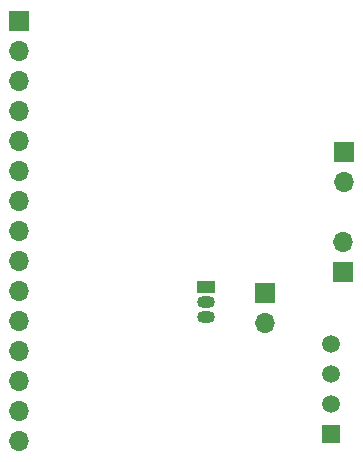
<source format=gbr>
%TF.GenerationSoftware,KiCad,Pcbnew,8.0.1*%
%TF.CreationDate,2024-05-28T10:15:12-03:00*%
%TF.ProjectId,ESP32C6-dev-board,45535033-3243-4362-9d64-65762d626f61,rev?*%
%TF.SameCoordinates,Original*%
%TF.FileFunction,Soldermask,Bot*%
%TF.FilePolarity,Negative*%
%FSLAX46Y46*%
G04 Gerber Fmt 4.6, Leading zero omitted, Abs format (unit mm)*
G04 Created by KiCad (PCBNEW 8.0.1) date 2024-05-28 10:15:12*
%MOMM*%
%LPD*%
G01*
G04 APERTURE LIST*
%ADD10R,1.700000X1.700000*%
%ADD11O,1.700000X1.700000*%
%ADD12R,1.500000X1.500000*%
%ADD13C,1.500000*%
%ADD14R,1.500000X1.050000*%
%ADD15O,1.500000X1.050000*%
G04 APERTURE END LIST*
D10*
%TO.C,J4*%
X151500000Y-91975000D03*
D11*
X151500000Y-94515000D03*
%TD*%
D10*
%TO.C,J2*%
X144780000Y-103881000D03*
D11*
X144780000Y-106421000D03*
%TD*%
D12*
%TO.C,U4*%
X150368000Y-115790000D03*
D13*
X150368000Y-113250000D03*
X150368000Y-110710000D03*
X150368000Y-108170000D03*
%TD*%
D14*
%TO.C,U3*%
X139848000Y-103378000D03*
D15*
X139848000Y-104648000D03*
X139848000Y-105918000D03*
%TD*%
D10*
%TO.C,J1*%
X123952000Y-80840000D03*
D11*
X123952000Y-83380000D03*
X123952000Y-85920000D03*
X123952000Y-88460000D03*
X123952000Y-91000000D03*
X123952000Y-93540000D03*
X123952000Y-96080000D03*
X123952000Y-98620000D03*
X123952000Y-101160000D03*
X123952000Y-103700000D03*
X123952000Y-106240000D03*
X123952000Y-108780000D03*
X123952000Y-111320000D03*
X123952000Y-113860000D03*
X123952000Y-116400000D03*
%TD*%
D10*
%TO.C,J3*%
X151384000Y-102108000D03*
D11*
X151384000Y-99568000D03*
%TD*%
M02*

</source>
